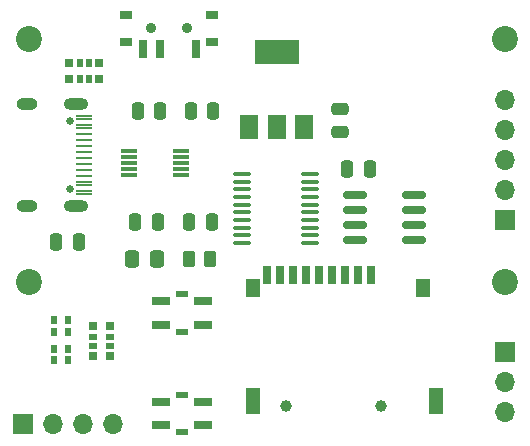
<source format=gbr>
%TF.GenerationSoftware,KiCad,Pcbnew,7.0.8*%
%TF.CreationDate,2024-02-27T14:33:36-06:00*%
%TF.ProjectId,Rickus-CH32V003,5269636b-7573-42d4-9348-333256303033,rev?*%
%TF.SameCoordinates,Original*%
%TF.FileFunction,Soldermask,Top*%
%TF.FilePolarity,Negative*%
%FSLAX46Y46*%
G04 Gerber Fmt 4.6, Leading zero omitted, Abs format (unit mm)*
G04 Created by KiCad (PCBNEW 7.0.8) date 2024-02-27 14:33:36*
%MOMM*%
%LPD*%
G01*
G04 APERTURE LIST*
G04 Aperture macros list*
%AMRoundRect*
0 Rectangle with rounded corners*
0 $1 Rounding radius*
0 $2 $3 $4 $5 $6 $7 $8 $9 X,Y pos of 4 corners*
0 Add a 4 corners polygon primitive as box body*
4,1,4,$2,$3,$4,$5,$6,$7,$8,$9,$2,$3,0*
0 Add four circle primitives for the rounded corners*
1,1,$1+$1,$2,$3*
1,1,$1+$1,$4,$5*
1,1,$1+$1,$6,$7*
1,1,$1+$1,$8,$9*
0 Add four rect primitives between the rounded corners*
20,1,$1+$1,$2,$3,$4,$5,0*
20,1,$1+$1,$4,$5,$6,$7,0*
20,1,$1+$1,$6,$7,$8,$9,0*
20,1,$1+$1,$8,$9,$2,$3,0*%
G04 Aperture macros list end*
%ADD10R,1.700000X1.700000*%
%ADD11O,1.700000X1.700000*%
%ADD12C,2.200000*%
%ADD13R,1.000000X0.500000*%
%ADD14R,1.500000X0.800000*%
%ADD15R,1.500000X2.000000*%
%ADD16R,3.800000X2.000000*%
%ADD17RoundRect,0.250000X-0.250000X-0.475000X0.250000X-0.475000X0.250000X0.475000X-0.250000X0.475000X0*%
%ADD18RoundRect,0.250000X-0.262500X-0.450000X0.262500X-0.450000X0.262500X0.450000X-0.262500X0.450000X0*%
%ADD19RoundRect,0.250000X-0.337500X-0.475000X0.337500X-0.475000X0.337500X0.475000X-0.337500X0.475000X0*%
%ADD20R,1.200000X1.500000*%
%ADD21R,1.200000X2.200000*%
%ADD22C,1.000000*%
%ADD23R,0.700000X1.600000*%
%ADD24RoundRect,0.250000X0.250000X0.475000X-0.250000X0.475000X-0.250000X-0.475000X0.250000X-0.475000X0*%
%ADD25R,1.400000X0.300000*%
%ADD26R,0.500000X0.800000*%
%ADD27R,0.700000X0.640000*%
%ADD28R,0.700000X0.500000*%
%ADD29RoundRect,0.150000X-0.825000X-0.150000X0.825000X-0.150000X0.825000X0.150000X-0.825000X0.150000X0*%
%ADD30R,0.640000X0.700000*%
%ADD31R,0.500000X0.700000*%
%ADD32R,1.000000X0.800000*%
%ADD33C,0.900000*%
%ADD34R,0.700000X1.500000*%
%ADD35RoundRect,0.100000X-0.637500X-0.100000X0.637500X-0.100000X0.637500X0.100000X-0.637500X0.100000X0*%
%ADD36RoundRect,0.250000X0.475000X-0.250000X0.475000X0.250000X-0.475000X0.250000X-0.475000X-0.250000X0*%
%ADD37C,0.650000*%
%ADD38R,1.400000X0.250000*%
%ADD39O,2.100000X1.000000*%
%ADD40O,1.800000X1.000000*%
G04 APERTURE END LIST*
D10*
%TO.C,J3*%
X220800000Y-99475000D03*
D11*
X220800000Y-102015000D03*
X220800000Y-104555000D03*
%TD*%
D10*
%TO.C,J2*%
X220850000Y-88330000D03*
D11*
X220850000Y-85790000D03*
X220850000Y-83250000D03*
X220850000Y-80710000D03*
X220850000Y-78170000D03*
%TD*%
D12*
%TO.C,H4*%
X220800000Y-93600000D03*
%TD*%
D13*
%TO.C,SW1*%
X193500000Y-103100000D03*
X193500000Y-106300000D03*
D14*
X191750000Y-103700000D03*
X195250000Y-103700000D03*
X191750000Y-105700000D03*
X195250000Y-105700000D03*
%TD*%
D15*
%TO.C,U2*%
X199200000Y-80400000D03*
X201500000Y-80400000D03*
D16*
X201500000Y-74100000D03*
D15*
X203800000Y-80400000D03*
%TD*%
D13*
%TO.C,SW4*%
X193500000Y-94600000D03*
X193500000Y-97800000D03*
D14*
X191750000Y-95200000D03*
X195250000Y-95200000D03*
X191750000Y-97200000D03*
X195250000Y-97200000D03*
%TD*%
D17*
%TO.C,C7*%
X182850000Y-90200000D03*
X184750000Y-90200000D03*
%TD*%
D18*
%TO.C,R1*%
X194075000Y-91600000D03*
X195900000Y-91600000D03*
%TD*%
D19*
%TO.C,C5*%
X191337500Y-91600000D03*
X189262500Y-91600000D03*
%TD*%
D10*
%TO.C,J4*%
X180000000Y-105600000D03*
D11*
X182540000Y-105600000D03*
X185080000Y-105600000D03*
X187620000Y-105600000D03*
%TD*%
D20*
%TO.C,J6*%
X199500000Y-94050000D03*
D21*
X199500000Y-103650000D03*
D22*
X202300000Y-104050000D03*
X210300000Y-104050000D03*
D20*
X213900000Y-94050000D03*
D21*
X215000000Y-103650000D03*
D23*
X209500000Y-93000000D03*
X208400000Y-93000000D03*
X207300000Y-93000000D03*
X206200000Y-93000000D03*
X205100000Y-93000000D03*
X204000000Y-93000000D03*
X202900000Y-93000000D03*
X201800000Y-93000000D03*
X200700000Y-93000000D03*
%TD*%
D12*
%TO.C,H3*%
X180500000Y-93600000D03*
%TD*%
D24*
%TO.C,C2*%
X191450000Y-88500000D03*
X189550000Y-88500000D03*
%TD*%
D25*
%TO.C,U1*%
X189000000Y-82500000D03*
X189000000Y-83000000D03*
X189000000Y-83500000D03*
X189000000Y-84000000D03*
X189000000Y-84500000D03*
X193400000Y-84500000D03*
X193400000Y-84000000D03*
X193400000Y-83500000D03*
X193400000Y-83000000D03*
X193400000Y-82500000D03*
%TD*%
D26*
%TO.C,D5*%
X182662500Y-100200000D03*
X182662500Y-99200000D03*
X183862500Y-99200000D03*
X183862500Y-100200000D03*
%TD*%
D17*
%TO.C,C6*%
X207500000Y-84000000D03*
X209400000Y-84000000D03*
%TD*%
D24*
%TO.C,C1*%
X191650000Y-79100000D03*
X189750000Y-79100000D03*
%TD*%
D27*
%TO.C,RN2*%
X187362500Y-99870000D03*
D28*
X187362500Y-99000000D03*
X187362500Y-98200000D03*
D27*
X187362500Y-97330000D03*
X185962500Y-97330000D03*
D28*
X185962500Y-98200000D03*
X185962500Y-99000000D03*
D27*
X185962500Y-99870000D03*
%TD*%
D29*
%TO.C,U4*%
X208162500Y-86240000D03*
X208162500Y-87510000D03*
X208162500Y-88780000D03*
X208162500Y-90050000D03*
X213112500Y-90050000D03*
X213112500Y-88780000D03*
X213112500Y-87510000D03*
X213112500Y-86240000D03*
%TD*%
D17*
%TO.C,C8*%
X194100000Y-88500000D03*
X196000000Y-88500000D03*
%TD*%
D30*
%TO.C,RN1*%
X186500000Y-75000000D03*
D31*
X185630000Y-75000000D03*
X184830000Y-75000000D03*
D30*
X183960000Y-75000000D03*
X183960000Y-76400000D03*
D31*
X184830000Y-76400000D03*
X185630000Y-76400000D03*
D30*
X186500000Y-76400000D03*
%TD*%
D32*
%TO.C,SW2*%
X196050000Y-73210000D03*
X196050000Y-71000000D03*
D33*
X193900000Y-72100000D03*
X190900000Y-72100000D03*
D32*
X188750000Y-73210000D03*
X188750000Y-71000000D03*
D34*
X194650000Y-73860000D03*
X191650000Y-73860000D03*
X190150000Y-73860000D03*
%TD*%
D35*
%TO.C,U3*%
X198600000Y-84425000D03*
X198600000Y-85075000D03*
X198600000Y-85725000D03*
X198600000Y-86375000D03*
X198600000Y-87025000D03*
X198600000Y-87675000D03*
X198600000Y-88325000D03*
X198600000Y-88975000D03*
X198600000Y-89625000D03*
X198600000Y-90275000D03*
X204325000Y-90275000D03*
X204325000Y-89625000D03*
X204325000Y-88975000D03*
X204325000Y-88325000D03*
X204325000Y-87675000D03*
X204325000Y-87025000D03*
X204325000Y-86375000D03*
X204325000Y-85725000D03*
X204325000Y-85075000D03*
X204325000Y-84425000D03*
%TD*%
D36*
%TO.C,C3*%
X206900000Y-80850000D03*
X206900000Y-78950000D03*
%TD*%
D12*
%TO.C,H1*%
X180500000Y-73000000D03*
%TD*%
D24*
%TO.C,C4*%
X196150000Y-79100000D03*
X194250000Y-79100000D03*
%TD*%
D37*
%TO.C,J1*%
X183987500Y-79910000D03*
X183987500Y-85690000D03*
D38*
X185187500Y-79475000D03*
X185187500Y-80275000D03*
X185187500Y-81550000D03*
X185187500Y-82550000D03*
X185187500Y-83050000D03*
X185187500Y-81050000D03*
X185187500Y-85325000D03*
X185187500Y-86125000D03*
X185187500Y-85875000D03*
X185187500Y-85075000D03*
X185187500Y-84550000D03*
X185187500Y-83550000D03*
X185187500Y-82050000D03*
X185187500Y-84050000D03*
X185187500Y-80525000D03*
X185187500Y-79725000D03*
D39*
X184487500Y-78480000D03*
D40*
X180337500Y-78480000D03*
D39*
X184487500Y-87120000D03*
D40*
X180337500Y-87120000D03*
%TD*%
D12*
%TO.C,H2*%
X220800000Y-73000000D03*
%TD*%
D26*
%TO.C,D1*%
X182662500Y-97800000D03*
X182662500Y-96800000D03*
X183862500Y-96800000D03*
X183862500Y-97800000D03*
%TD*%
M02*

</source>
